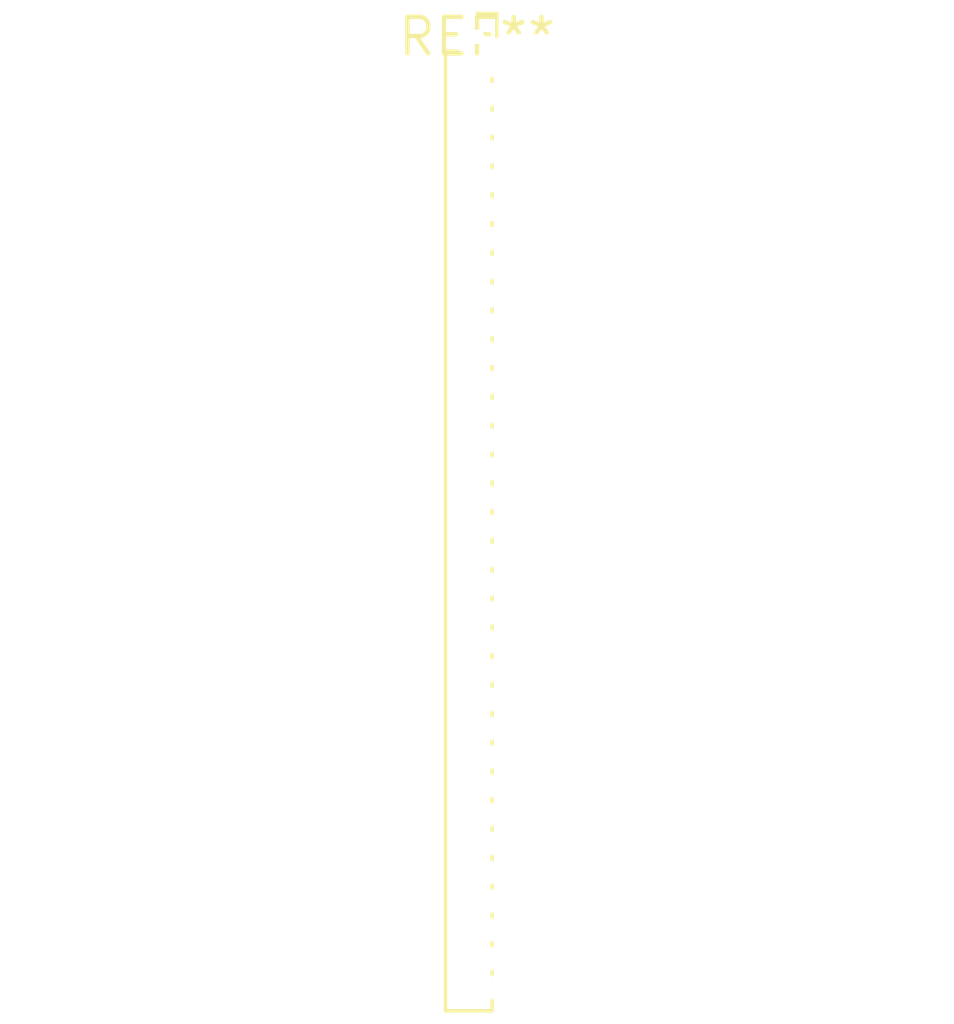
<source format=kicad_pcb>
(kicad_pcb (version 20240108) (generator pcbnew)
  (layers (0 "F.Cu" signal) (31 "B.Cu" signal) (34 "B.Paste" user) (35 "F.Paste" user) (36 "B.SilkS" user "B.Silkscreen") (37 "F.SilkS" user "F.Silkscreen") (38 "B.Mask" user) (39 "F.Mask" user) (44 "Edge.Cuts" user))
  (net 0 "")
  (footprint "PinSocket_1x34_P1.00mm_Vertical" (layer "F.Cu") (at 0 0)
    (property "Reference" "REF**")
    (property "Value" "PinSocket_1x34_P1.00mm_Vertical")
    (fp_line (start -1.1 0.5) (end -1.1 33.81) (layer "F.SilkS") (stroke (width 0.12)))
    (fp_line (start -1.1 0.5) (end -0.685 0.5) (layer "F.SilkS") (stroke (width 0.12)))
    (fp_line (start -1.1 33.81) (end 0.52 33.81) (layer "F.SilkS") (stroke (width 0.12)))
    (fp_line (start 0 -0.81) (end 0.685 -0.81) (layer "F.SilkS") (stroke (width 0.12)))
    (fp_line (start 0.52 1.445898) (end 0.52 1.554102) (layer "F.SilkS") (stroke (width 0.12)))
    (fp_line (start 0.52 2.445898) (end 0.52 2.554102) (layer "F.SilkS") (stroke (width 0.12)))
    (fp_line (start 0.52 3.445898) (end 0.52 3.554102) (layer "F.SilkS") (stroke (width 0.12)))
    (fp_line (start 0.52 4.445898) (end 0.52 4.554102) (layer "F.SilkS") (stroke (width 0.12)))
    (fp_line (start 0.52 5.445898) (end 0.52 5.554102) (layer "F.SilkS") (stroke (width 0.12)))
    (fp_line (start 0.52 6.445898) (end 0.52 6.554102) (layer "F.SilkS") (stroke (width 0.12)))
    (fp_line (start 0.52 7.445898) (end 0.52 7.554102) (layer "F.SilkS") (stroke (width 0.12)))
    (fp_line (start 0.52 8.445898) (end 0.52 8.554102) (layer "F.SilkS") (stroke (width 0.12)))
    (fp_line (start 0.52 9.445898) (end 0.52 9.554102) (layer "F.SilkS") (stroke (width 0.12)))
    (fp_line (start 0.52 10.445898) (end 0.52 10.554102) (layer "F.SilkS") (stroke (width 0.12)))
    (fp_line (start 0.52 11.445898) (end 0.52 11.554102) (layer "F.SilkS") (stroke (width 0.12)))
    (fp_line (start 0.52 12.445898) (end 0.52 12.554102) (layer "F.SilkS") (stroke (width 0.12)))
    (fp_line (start 0.52 13.445898) (end 0.52 13.554102) (layer "F.SilkS") (stroke (width 0.12)))
    (fp_line (start 0.52 14.445898) (end 0.52 14.554102) (layer "F.SilkS") (stroke (width 0.12)))
    (fp_line (start 0.52 15.445898) (end 0.52 15.554102) (layer "F.SilkS") (stroke (width 0.12)))
    (fp_line (start 0.52 16.445898) (end 0.52 16.554102) (layer "F.SilkS") (stroke (width 0.12)))
    (fp_line (start 0.52 17.445898) (end 0.52 17.554102) (layer "F.SilkS") (stroke (width 0.12)))
    (fp_line (start 0.52 18.445898) (end 0.52 18.554102) (layer "F.SilkS") (stroke (width 0.12)))
    (fp_line (start 0.52 19.445898) (end 0.52 19.554102) (layer "F.SilkS") (stroke (width 0.12)))
    (fp_line (start 0.52 20.445898) (end 0.52 20.554102) (layer "F.SilkS") (stroke (width 0.12)))
    (fp_line (start 0.52 21.445898) (end 0.52 21.554102) (layer "F.SilkS") (stroke (width 0.12)))
    (fp_line (start 0.52 22.445898) (end 0.52 22.554102) (layer "F.SilkS") (stroke (width 0.12)))
    (fp_line (start 0.52 23.445898) (end 0.52 23.554102) (layer "F.SilkS") (stroke (width 0.12)))
    (fp_line (start 0.52 24.445898) (end 0.52 24.554102) (layer "F.SilkS") (stroke (width 0.12)))
    (fp_line (start 0.52 25.445898) (end 0.52 25.554102) (layer "F.SilkS") (stroke (width 0.12)))
    (fp_line (start 0.52 26.445898) (end 0.52 26.554102) (layer "F.SilkS") (stroke (width 0.12)))
    (fp_line (start 0.52 27.445898) (end 0.52 27.554102) (layer "F.SilkS") (stroke (width 0.12)))
    (fp_line (start 0.52 28.445898) (end 0.52 28.554102) (layer "F.SilkS") (stroke (width 0.12)))
    (fp_line (start 0.52 29.445898) (end 0.52 29.554102) (layer "F.SilkS") (stroke (width 0.12)))
    (fp_line (start 0.52 30.445898) (end 0.52 30.554102) (layer "F.SilkS") (stroke (width 0.12)))
    (fp_line (start 0.52 31.445898) (end 0.52 31.554102) (layer "F.SilkS") (stroke (width 0.12)))
    (fp_line (start 0.52 32.445898) (end 0.52 32.554102) (layer "F.SilkS") (stroke (width 0.12)))
    (fp_line (start 0.52 33.445898) (end 0.52 33.81) (layer "F.SilkS") (stroke (width 0.12)))
    (fp_line (start 0.685 -0.81) (end 0.685 0) (layer "F.SilkS") (stroke (width 0.12)))
    (pad "1" thru_hole rect (at 0 0) (size 0.85 0.85) (drill 0.5) (layers *.Cu *.Mask) (remove_unused_layers))
    (pad "2" thru_hole oval (at 0 1) (size 0.85 0.85) (drill 0.5) (layers *.Cu *.Mask) (remove_unused_layers))
    (pad "3" thru_hole oval (at 0 2) (size 0.85 0.85) (drill 0.5) (layers *.Cu *.Mask) (remove_unused_layers))
    (pad "4" thru_hole oval (at 0 3) (size 0.85 0.85) (drill 0.5) (layers *.Cu *.Mask) (remove_unused_layers))
    (pad "5" thru_hole oval (at 0 4) (size 0.85 0.85) (drill 0.5) (layers *.Cu *.Mask) (remove_unused_layers))
    (pad "6" thru_hole oval (at 0 5) (size 0.85 0.85) (drill 0.5) (layers *.Cu *.Mask) (remove_unused_layers))
    (pad "7" thru_hole oval (at 0 6) (size 0.85 0.85) (drill 0.5) (layers *.Cu *.Mask) (remove_unused_layers))
    (pad "8" thru_hole oval (at 0 7) (size 0.85 0.85) (drill 0.5) (layers *.Cu *.Mask) (remove_unused_layers))
    (pad "9" thru_hole oval (at 0 8) (size 0.85 0.85) (drill 0.5) (layers *.Cu *.Mask) (remove_unused_layers))
    (pad "10" thru_hole oval (at 0 9) (size 0.85 0.85) (drill 0.5) (layers *.Cu *.Mask) (remove_unused_layers))
    (pad "11" thru_hole oval (at 0 10) (size 0.85 0.85) (drill 0.5) (layers *.Cu *.Mask) (remove_unused_layers))
    (pad "12" thru_hole oval (at 0 11) (size 0.85 0.85) (drill 0.5) (layers *.Cu *.Mask) (remove_unused_layers))
    (pad "13" thru_hole oval (at 0 12) (size 0.85 0.85) (drill 0.5) (layers *.Cu *.Mask) (remove_unused_layers))
    (pad "14" thru_hole oval (at 0 13) (size 0.85 0.85) (drill 0.5) (layers *.Cu *.Mask) (remove_unused_layers))
    (pad "15" thru_hole oval (at 0 14) (size 0.85 0.85) (drill 0.5) (layers *.Cu *.Mask) (remove_unused_layers))
    (pad "16" thru_hole oval (at 0 15) (size 0.85 0.85) (drill 0.5) (layers *.Cu *.Mask) (remove_unused_layers))
    (pad "17" thru_hole oval (at 0 16) (size 0.85 0.85) (drill 0.5) (layers *.Cu *.Mask) (remove_unused_layers))
    (pad "18" thru_hole oval (at 0 17) (size 0.85 0.85) (drill 0.5) (layers *.Cu *.Mask) (remove_unused_layers))
    (pad "19" thru_hole oval (at 0 18) (size 0.85 0.85) (drill 0.5) (layers *.Cu *.Mask) (remove_unused_layers))
    (pad "20" thru_hole oval (at 0 19) (size 0.85 0.85) (drill 0.5) (layers *.Cu *.Mask) (remove_unused_layers))
    (pad "21" thru_hole oval (at 0 20) (size 0.85 0.85) (drill 0.5) (layers *.Cu *.Mask) (remove_unused_layers))
    (pad "22" thru_hole oval (at 0 21) (size 0.85 0.85) (drill 0.5) (layers *.Cu *.Mask) (remove_unused_layers))
    (pad "23" thru_hole oval (at 0 22) (size 0.85 0.85) (drill 0.5) (layers *.Cu *.Mask) (remove_unused_layers))
    (pad "24" thru_hole oval (at 0 23) (size 0.85 0.85) (drill 0.5) (layers *.Cu *.Mask) (remove_unused_layers))
    (pad "25" thru_hole oval (at 0 24) (size 0.85 0.85) (drill 0.5) (layers *.Cu *.Mask) (remove_unused_layers))
    (pad "26" thru_hole oval (at 0 25) (size 0.85 0.85) (drill 0.5) (layers *.Cu *.Mask) (remove_unused_layers))
    (pad "27" thru_hole oval (at 0 26) (size 0.85 0.85) (drill 0.5) (layers *.Cu *.Mask) (remove_unused_layers))
    (pad "28" thru_hole oval (at 0 27) (size 0.85 0.85) (drill 0.5) (layers *.Cu *.Mask) (remove_unused_layers))
    (pad "29" thru_hole oval (at 0 28) (size 0.85 0.85) (drill 0.5) (layers *.Cu *.Mask) (remove_unused_layers))
    (pad "30" thru_hole oval (at 0 29) (size 0.85 0.85) (drill 0.5) (layers *.Cu *.Mask) (remove_unused_layers))
    (pad "31" thru_hole oval (at 0 30) (size 0.85 0.85) (drill 0.5) (layers *.Cu *.Mask) (remove_unused_layers))
    (pad "32" thru_hole oval (at 0 31) (size 0.85 0.85) (drill 0.5) (layers *.Cu *.Mask) (remove_unused_layers))
    (pad "33" thru_hole oval (at 0 32) (size 0.85 0.85) (drill 0.5) (layers *.Cu *.Mask) (remove_unused_layers))
    (pad "34" thru_hole oval (at 0 33) (size 0.85 0.85) (drill 0.5) (layers *.Cu *.Mask) (remove_unused_layers))
  )
)
</source>
